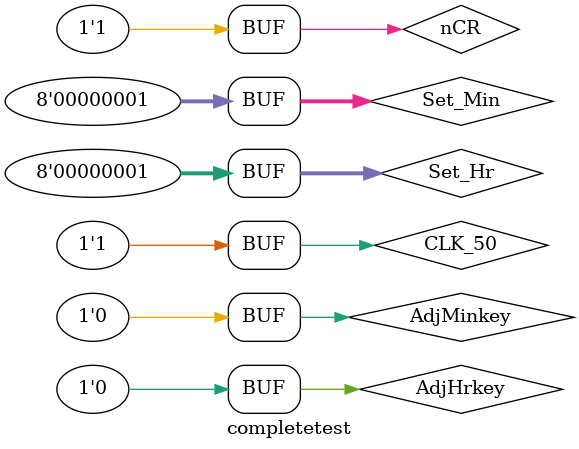
<source format=v>
`timescale 1ms/1ms
module completetest;
	reg  CLK_50;    //系统的输入时钟信号
	reg  nCR;        //系统总清零信号
	
	reg  AdjMinkey, AdjHrkey;  //校正计时器小时、分钟的输入按键
	reg [7:0] Set_Hr, Set_Min;  //设定的闹钟时间输出信号
	wire hex,segctrl; //计时器的输出信号
	wire ALARM;       //仿电台或闹钟的声音信号输出
	Complete_Clock RPT(hex,segctrl, ALARM, CLK_50, AdjMinkey, AdjHrkey, Set_Min, Set_Hr, nCR);
	initial
	begin
	AdjMinkey=1'b0;
	AdjHrkey=1'b0;
	Set_Hr=8'h01;
	Set_Min=8'h01;
	end
	initial
	begin
	nCR=1'b0;
	#1 nCR=1'b1;
	end
	always
	begin
		CLK_50=1'b0;
		CLK_50=#10 1'b1;
		#10;
	end
endmodule
</source>
